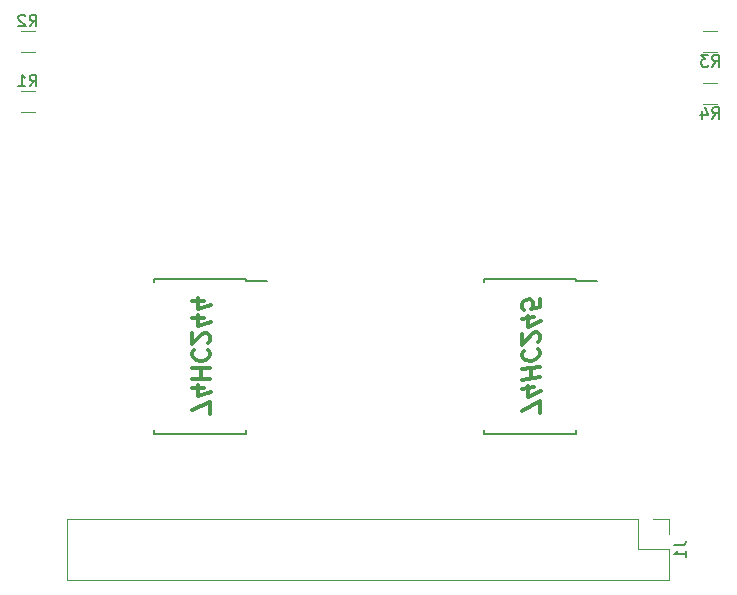
<source format=gbr>
G04 #@! TF.FileFunction,Legend,Bot*
%FSLAX46Y46*%
G04 Gerber Fmt 4.6, Leading zero omitted, Abs format (unit mm)*
G04 Created by KiCad (PCBNEW 4.0.7) date 01/21/18 10:34:35*
%MOMM*%
%LPD*%
G01*
G04 APERTURE LIST*
%ADD10C,0.100000*%
%ADD11C,0.300000*%
%ADD12C,0.375000*%
%ADD13C,0.120000*%
%ADD14C,0.150000*%
G04 APERTURE END LIST*
D10*
D11*
X111946429Y-102682856D02*
X111946429Y-101682856D01*
X110446429Y-102325713D01*
X111446429Y-100468571D02*
X110446429Y-100468571D01*
X112017857Y-100825714D02*
X110946429Y-101182857D01*
X110946429Y-100254285D01*
X110446429Y-99682857D02*
X111946429Y-99682857D01*
X111232143Y-99682857D02*
X111232143Y-98825714D01*
X110446429Y-98825714D02*
X111946429Y-98825714D01*
X110589286Y-97254285D02*
X110517857Y-97325714D01*
X110446429Y-97540000D01*
X110446429Y-97682857D01*
X110517857Y-97897142D01*
X110660714Y-98040000D01*
X110803571Y-98111428D01*
X111089286Y-98182857D01*
X111303571Y-98182857D01*
X111589286Y-98111428D01*
X111732143Y-98040000D01*
X111875000Y-97897142D01*
X111946429Y-97682857D01*
X111946429Y-97540000D01*
X111875000Y-97325714D01*
X111803571Y-97254285D01*
X111803571Y-96682857D02*
X111875000Y-96611428D01*
X111946429Y-96468571D01*
X111946429Y-96111428D01*
X111875000Y-95968571D01*
X111803571Y-95897142D01*
X111660714Y-95825714D01*
X111517857Y-95825714D01*
X111303571Y-95897142D01*
X110446429Y-96754285D01*
X110446429Y-95825714D01*
X111446429Y-94540000D02*
X110446429Y-94540000D01*
X112017857Y-94897143D02*
X110946429Y-95254286D01*
X110946429Y-94325714D01*
X111446429Y-93111429D02*
X110446429Y-93111429D01*
X112017857Y-93468572D02*
X110946429Y-93825715D01*
X110946429Y-92897143D01*
D12*
X139886429Y-102580177D02*
X139886429Y-101580177D01*
X138386429Y-102410534D01*
X139386429Y-100428392D02*
X138386429Y-100553392D01*
X139957857Y-100714107D02*
X138886429Y-101205178D01*
X138886429Y-100276606D01*
X138386429Y-99767678D02*
X139886429Y-99580178D01*
X139172143Y-99669464D02*
X139172143Y-98812321D01*
X138386429Y-98910535D02*
X139886429Y-98723035D01*
X138529286Y-97321249D02*
X138457857Y-97401607D01*
X138386429Y-97624821D01*
X138386429Y-97767678D01*
X138457857Y-97973035D01*
X138600714Y-98098036D01*
X138743571Y-98151607D01*
X139029286Y-98187321D01*
X139243571Y-98160536D01*
X139529286Y-98053392D01*
X139672143Y-97964107D01*
X139815000Y-97803392D01*
X139886429Y-97580178D01*
X139886429Y-97437321D01*
X139815000Y-97231964D01*
X139743571Y-97169464D01*
X139743571Y-96598036D02*
X139815000Y-96517678D01*
X139886429Y-96365892D01*
X139886429Y-96008749D01*
X139815000Y-95874821D01*
X139743571Y-95812321D01*
X139600714Y-95758750D01*
X139457857Y-95776607D01*
X139243571Y-95874821D01*
X138386429Y-96839106D01*
X138386429Y-95910535D01*
X139386429Y-94499821D02*
X138386429Y-94624821D01*
X139957857Y-94785536D02*
X138886429Y-95276607D01*
X138886429Y-94348035D01*
X139886429Y-92937321D02*
X139886429Y-93651607D01*
X139172143Y-93812322D01*
X139243571Y-93731965D01*
X139315000Y-93580179D01*
X139315000Y-93223036D01*
X139243571Y-93089108D01*
X139172143Y-93026607D01*
X139029286Y-92973036D01*
X138672143Y-93017679D01*
X138529286Y-93106964D01*
X138457857Y-93187322D01*
X138386429Y-93339107D01*
X138386429Y-93696250D01*
X138457857Y-93830179D01*
X138529286Y-93892679D01*
D13*
X148184000Y-111548000D02*
X99864000Y-111548000D01*
X99864000Y-111548000D02*
X99864000Y-116748000D01*
X99864000Y-116748000D02*
X150784000Y-116748000D01*
X150784000Y-116748000D02*
X150784000Y-114148000D01*
X150784000Y-114148000D02*
X148184000Y-114148000D01*
X148184000Y-114148000D02*
X148184000Y-111548000D01*
X149454000Y-111548000D02*
X150784000Y-111548000D01*
X150784000Y-111548000D02*
X150784000Y-112818000D01*
X95920000Y-77080000D02*
X97120000Y-77080000D01*
X97120000Y-75320000D02*
X95920000Y-75320000D01*
X95920000Y-72000000D02*
X97120000Y-72000000D01*
X97120000Y-70240000D02*
X95920000Y-70240000D01*
X154905000Y-70240000D02*
X153705000Y-70240000D01*
X153705000Y-72000000D02*
X154905000Y-72000000D01*
X154905000Y-74685000D02*
X153705000Y-74685000D01*
X153705000Y-76445000D02*
X154905000Y-76445000D01*
D14*
X142940000Y-91215000D02*
X142940000Y-91465000D01*
X135190000Y-91215000D02*
X135190000Y-91550000D01*
X135190000Y-104365000D02*
X135190000Y-104030000D01*
X142940000Y-104365000D02*
X142940000Y-104030000D01*
X142940000Y-91215000D02*
X135190000Y-91215000D01*
X142940000Y-104365000D02*
X135190000Y-104365000D01*
X142940000Y-91465000D02*
X144740000Y-91465000D01*
X115000000Y-91215000D02*
X115000000Y-91465000D01*
X107250000Y-91215000D02*
X107250000Y-91550000D01*
X107250000Y-104365000D02*
X107250000Y-104030000D01*
X115000000Y-104365000D02*
X115000000Y-104030000D01*
X115000000Y-91215000D02*
X107250000Y-91215000D01*
X115000000Y-104365000D02*
X107250000Y-104365000D01*
X115000000Y-91465000D02*
X116800000Y-91465000D01*
X151236381Y-113814667D02*
X151950667Y-113814667D01*
X152093524Y-113767047D01*
X152188762Y-113671809D01*
X152236381Y-113528952D01*
X152236381Y-113433714D01*
X152236381Y-114814667D02*
X152236381Y-114243238D01*
X152236381Y-114528952D02*
X151236381Y-114528952D01*
X151379238Y-114433714D01*
X151474476Y-114338476D01*
X151522095Y-114243238D01*
X96686666Y-74952381D02*
X97020000Y-74476190D01*
X97258095Y-74952381D02*
X97258095Y-73952381D01*
X96877142Y-73952381D01*
X96781904Y-74000000D01*
X96734285Y-74047619D01*
X96686666Y-74142857D01*
X96686666Y-74285714D01*
X96734285Y-74380952D01*
X96781904Y-74428571D01*
X96877142Y-74476190D01*
X97258095Y-74476190D01*
X95734285Y-74952381D02*
X96305714Y-74952381D01*
X96020000Y-74952381D02*
X96020000Y-73952381D01*
X96115238Y-74095238D01*
X96210476Y-74190476D01*
X96305714Y-74238095D01*
X96686666Y-69872381D02*
X97020000Y-69396190D01*
X97258095Y-69872381D02*
X97258095Y-68872381D01*
X96877142Y-68872381D01*
X96781904Y-68920000D01*
X96734285Y-68967619D01*
X96686666Y-69062857D01*
X96686666Y-69205714D01*
X96734285Y-69300952D01*
X96781904Y-69348571D01*
X96877142Y-69396190D01*
X97258095Y-69396190D01*
X96305714Y-68967619D02*
X96258095Y-68920000D01*
X96162857Y-68872381D01*
X95924761Y-68872381D01*
X95829523Y-68920000D01*
X95781904Y-68967619D01*
X95734285Y-69062857D01*
X95734285Y-69158095D01*
X95781904Y-69300952D01*
X96353333Y-69872381D01*
X95734285Y-69872381D01*
X154471666Y-73272381D02*
X154805000Y-72796190D01*
X155043095Y-73272381D02*
X155043095Y-72272381D01*
X154662142Y-72272381D01*
X154566904Y-72320000D01*
X154519285Y-72367619D01*
X154471666Y-72462857D01*
X154471666Y-72605714D01*
X154519285Y-72700952D01*
X154566904Y-72748571D01*
X154662142Y-72796190D01*
X155043095Y-72796190D01*
X154138333Y-72272381D02*
X153519285Y-72272381D01*
X153852619Y-72653333D01*
X153709761Y-72653333D01*
X153614523Y-72700952D01*
X153566904Y-72748571D01*
X153519285Y-72843810D01*
X153519285Y-73081905D01*
X153566904Y-73177143D01*
X153614523Y-73224762D01*
X153709761Y-73272381D01*
X153995476Y-73272381D01*
X154090714Y-73224762D01*
X154138333Y-73177143D01*
X154471666Y-77717381D02*
X154805000Y-77241190D01*
X155043095Y-77717381D02*
X155043095Y-76717381D01*
X154662142Y-76717381D01*
X154566904Y-76765000D01*
X154519285Y-76812619D01*
X154471666Y-76907857D01*
X154471666Y-77050714D01*
X154519285Y-77145952D01*
X154566904Y-77193571D01*
X154662142Y-77241190D01*
X155043095Y-77241190D01*
X153614523Y-77050714D02*
X153614523Y-77717381D01*
X153852619Y-76669762D02*
X154090714Y-77384048D01*
X153471666Y-77384048D01*
M02*

</source>
